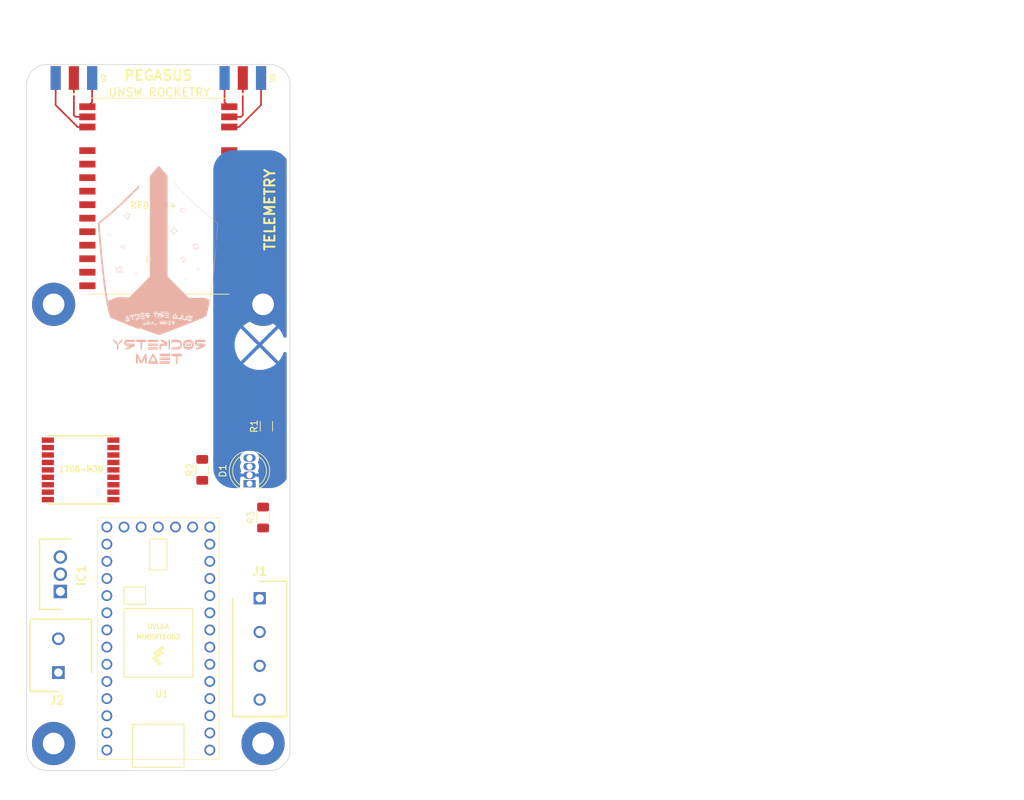
<source format=kicad_pcb>
(kicad_pcb (version 20211014) (generator pcbnew)
  (layers (0 "F.Cu" signal) (31 "B.Cu" signal) (34 "B.Paste" user) (35 "F.Paste" user) (36 "B.SilkS" user "B.Silkscreen") (37 "F.SilkS" user "F.Silkscreen") (38 "B.Mask" user) (39 "F.Mask" user) (44 "Edge.Cuts" user))
  (net 0 "")
  (net 1 "GND")
  (net 4 "3.3V")
  (net 23 "+5V")
  (net 25 "/BATT+")
  (net 30 "Net-(IC2-Pad12)")
  (net 31 "Net-(IC2-Pad13)")
  (net 32 "Net-(IC2-Pad14)")
  (net 33 "Net-(IC2-Pad15)")
  (net 34 "Net-(IC2-Pad16)")
  (net 35 "Net-(IC2-Pad17)")
  (net 55 "TX2")
  (net 56 "TX3")
  (net 57 "RX3")
  (net 60 "RX2")
  (net 61 "TX1")
  (net 62 "Net-(D1-Pad1)")
  (net 63 "Net-(D1-Pad3)")
  (net 64 "Net-(D1-Pad4)")
  (net 65 "RGB1")
  (net 66 "RGB2")
  (net 67 "RGB3")
  (net 68 "RX1")
  (net 69 "TX4")
  (net 70 "RX4")
  (footprint "Resistor_SMD:R_1206_3216Metric_Pad1.30x1.75mm_HandSolder" (layer "F.Cu") (at 121.5 109.05 90)
    (fp_text reference "R1" (at 0 -1.82 90) (layer "F.SilkS"))
    (fp_text value "220")
    (pad "1" smd roundrect (at -1.55 0 90) (size 1.3 1.75) (layers "F.Cu" "F.Paste" "F.Mask") (roundrect_rratio 0.192308) (net 63 "Net-(D1-Pad3)"))
    (pad "2" smd roundrect (at 1.55 0 90) (size 1.3 1.75) (layers "F.Cu" "F.Paste" "F.Mask") (roundrect_rratio 0.192308) (net 65 "RGB1"))
  )
  (footprint "MountingHole:MountingHole_3.2mm_M3_Pad" (layer "F.Cu") (at 121 156)
    (fp_text reference "H2" hide)
    (fp_text value "MountingHole_Pad")
    (pad "1" thru_hole circle (at 0 0) (size 6.4 6.4) (drill 3.2) (layers *.Cu *.Mask) (net 1 "GND"))
  )
  (footprint "RS-Components:TO255P460X1020X2008-3P" (layer "F.Cu") (at 91 133.5 90)
    (fp_text reference "IC1" (at 2.35 3.1 90) (layer "F.SilkS") (effects (font (size 1.27 1.27) (thickness 0.254))))
    (fp_text value "L7805ACV" hide)
    (pad "1" thru_hole rect (at 0 0 90) (size 1.98 1.98) (drill 1.32) (layers *.Cu *.Mask) (net 25 "/BATT+"))
    (pad "2" thru_hole circle (at 2.55 0 90) (size 1.98 1.98) (drill 1.32) (layers *.Cu *.Mask) (net 1 "GND"))
    (pad "3" thru_hole circle (at 5.1 0 90) (size 1.98 1.98) (drill 1.32) (layers *.Cu *.Mask) (net 23 "+5V"))
  )
  (footprint "SMA-Connectors:RFSOLUTIONS_CON-SMA-EDGE-S" (layer "F.Cu") (at 118 57.5 -90)
    (fp_text reference "U3" (at 0.032 -4.4064 90) (layer "F.SilkS") (effects (font (size 0.64 0.64))))
    (fp_text value "CON-SMA-EDGE-S")
    (pad "1" smd rect (at 0 0 270) (size 3.5 1.5) (layers "F.Cu" "F.Paste" "F.Mask") (net 31 "Net-(IC2-Pad13)"))
    (pad "G1" smd rect (at 0 -2.7 270) (size 3.5 1.5) (layers "F.Cu" "F.Paste" "F.Mask") (net 30 "Net-(IC2-Pad12)"))
    (pad "G2" smd rect (at 0 2.7 270) (size 3.5 1.5) (layers "F.Cu" "F.Paste" "F.Mask") (net 32 "Net-(IC2-Pad14)"))
    (pad "G3" smd rect (at 0 -2.7 270) (size 3.5 1.5) (layers "B.Cu" "B.Paste" "B.Mask"))
    (pad "G4" smd rect (at 0 2.7 270) (size 3.5 1.5) (layers "B.Cu" "B.Paste" "B.Mask"))
  )
  (footprint "RS-Components:SHDR4W100P0X500_1X4_2000X800X1000P" (layer "F.Cu") (at 120.5 134.5 -90)
    (fp_text reference "J1" (at -4 0 180) (layer "F.SilkS") (effects (font (size 1.27 1.27) (thickness 0.254))))
    (fp_text value "Screw_Terminal_01x04" hide)
    (pad "1" thru_hole rect locked (at 0 0 270) (size 1.8 1.8) (drill 1.2) (layers *.Cu *.Mask) (net 55 "TX2"))
    (pad "2" thru_hole circle locked (at 5 0 270) (size 1.8 1.8) (drill 1.2) (layers *.Cu *.Mask) (net 60 "RX2"))
    (pad "3" thru_hole circle locked (at 10 0 270) (size 1.8 1.8) (drill 1.2) (layers *.Cu *.Mask) (net 61 "TX1"))
    (pad "4" thru_hole circle locked (at 15 0 270) (size 1.8 1.8) (drill 1.2) (layers *.Cu *.Mask) (net 68 "RX1"))
  )
  (footprint "Teensy:Teensy40" (layer "F.Cu") (at 105.5 140.465 90)
    (fp_text reference "U1" (at -8.235 0.5 180) (layer "F.SilkS"))
    (fp_text value "Teensy4.0")
    (fp_text user "MIMXRT1062" (at 0.254 0) (layer "F.SilkS") (effects (font (size 0.7 0.7))))
    (fp_text user "DVL6A" (at 1.778 0) (layer "F.SilkS") (effects (font (size 0.7 0.7))))
    (pad "1" thru_hole circle (at -16.51 7.62 90) (size 1.6 1.6) (drill 1.1) (layers *.Cu *.Mask) (net 1 "GND"))
    (pad "2" thru_hole circle (at -13.97 7.62 90) (size 1.6 1.6) (drill 1.1) (layers *.Cu *.Mask) (net 68 "RX1"))
    (pad "3" thru_hole circle (at -11.43 7.62 90) (size 1.6 1.6) (drill 1.1) (layers *.Cu *.Mask) (net 61 "TX1"))
    (pad "4" thru_hole circle (at -8.89 7.62 90) (size 1.6 1.6) (drill 1.1) (layers *.Cu *.Mask))
    (pad "5" thru_hole circle (at -6.35 7.62 90) (size 1.6 1.6) (drill 1.1) (layers *.Cu *.Mask))
    (pad "6" thru_hole circle (at -3.81 7.62 90) (size 1.6 1.6) (drill 1.1) (layers *.Cu *.Mask) (net 65 "RGB1"))
    (pad "7" thru_hole circle (at -1.27 7.62 90) (size 1.6 1.6) (drill 1.1) (layers *.Cu *.Mask) (net 66 "RGB2"))
    (pad "8" thru_hole circle (at 1.27 7.62 90) (size 1.6 1.6) (drill 1.1) (layers *.Cu *.Mask) (net 67 "RGB3"))
    (pad "9" thru_hole circle (at 3.81 7.62 90) (size 1.6 1.6) (drill 1.1) (layers *.Cu *.Mask) (net 60 "RX2"))
    (pad "10" thru_hole circle (at 6.35 7.62 90) (size 1.6 1.6) (drill 1.1) (layers *.Cu *.Mask) (net 55 "TX2"))
    (pad "11" thru_hole circle (at 8.89 7.62 90) (size 1.6 1.6) (drill 1.1) (layers *.Cu *.Mask))
    (pad "12" thru_hole circle (at 11.43 7.62 90) (size 1.6 1.6) (drill 1.1) (layers *.Cu *.Mask))
    (pad "13" thru_hole circle (at 13.97 7.62 90) (size 1.6 1.6) (drill 1.1) (layers *.Cu *.Mask))
    (pad "14" thru_hole circle (at 16.51 7.62 90) (size 1.6 1.6) (drill 1.1) (layers *.Cu *.Mask))
    (pad "15" thru_hole circle (at 16.51 5.08 90) (size 1.6 1.6) (drill 1.1) (layers *.Cu *.Mask))
    (pad "16" thru_hole circle (at 16.51 2.54 90) (size 1.6 1.6) (drill 1.1) (layers *.Cu *.Mask))
    (pad "17" thru_hole circle (at 16.51 0 90) (size 1.6 1.6) (drill 1.1) (layers *.Cu *.Mask))
    (pad "18" thru_hole circle (at 16.51 -2.54 90) (size 1.6 1.6) (drill 1.1) (layers *.Cu *.Mask))
    (pad "19" thru_hole circle (at 16.51 -5.08 90) (size 1.6 1.6) (drill 1.1) (layers *.Cu *.Mask))
    (pad "20" thru_hole circle (at 16.51 -7.62 90) (size 1.6 1.6) (drill 1.1) (layers *.Cu *.Mask))
    (pad "21" thru_hole circle (at 13.97 -7.62 90) (size 1.6 1.6) (drill 1.1) (layers *.Cu *.Mask) (net 56 "TX3"))
    (pad "22" thru_hole circle (at 11.43 -7.62 90) (size 1.6 1.6) (drill 1.1) (layers *.Cu *.Mask) (net 57 "RX3"))
    (pad "23" thru_hole circle (at 8.89 -7.62 90) (size 1.6 1.6) (drill 1.1) (layers *.Cu *.Mask) (net 70 "RX4"))
    (pad "24" thru_hole circle (at 6.35 -7.62 90) (size 1.6 1.6) (drill 1.1) (layers *.Cu *.Mask) (net 69 "TX4"))
    (pad "25" thru_hole circle (at 3.81 -7.62 90) (size 1.6 1.6) (drill 1.1) (layers *.Cu *.Mask))
    (pad "26" thru_hole circle (at 1.27 -7.62 90) (size 1.6 1.6) (drill 1.1) (layers *.Cu *.Mask))
    (pad "27" thru_hole circle (at -1.27 -7.62 90) (size 1.6 1.6) (drill 1.1) (layers *.Cu *.Mask))
    (pad "28" thru_hole circle (at -3.81 -7.62 90) (size 1.6 1.6) (drill 1.1) (layers *.Cu *.Mask))
    (pad "29" thru_hole circle (at -6.35 -7.62 90) (size 1.6 1.6) (drill 1.1) (layers *.Cu *.Mask))
    (pad "30" thru_hole circle (at -8.89 -7.62 90) (size 1.6 1.6) (drill 1.1) (layers *.Cu *.Mask))
    (pad "31" thru_hole circle (at -11.43 -7.62 90) (size 1.6 1.6) (drill 1.1) (layers *.Cu *.Mask) (net 4 "3.3V"))
    (pad "32" thru_hole circle (at -13.97 -7.62 90) (size 1.6 1.6) (drill 1.1) (layers *.Cu *.Mask) (net 1 "GND"))
    (pad "33" thru_hole circle (at -16.51 -7.62 90) (size 1.6 1.6) (drill 1.1) (layers *.Cu *.Mask) (net 23 "+5V"))
  )
  (footprint "Quectel_L70B-M39:1x18" (layer "F.Cu") (at 94 115.5 180)
    (fp_text reference "IC3" hide)
    (fp_text value "L70B-M39" (at -0.143 0.1) (layer "F.SilkS") (effects (font (size 0.8 0.8) (thickness 0.2))))
    (pad "1" smd rect (at -4.85 -4.4 270) (size 0.8 1.8) (layers "F.Cu" "F.Paste" "F.Mask") (net 1 "GND"))
    (pad "2" smd rect (at -4.85 -3.3 270) (size 0.8 1.8) (layers "F.Cu" "F.Paste" "F.Mask") (net 70 "RX4"))
    (pad "3" smd rect (at -4.85 -2.2 270) (size 0.8 1.8) (layers "F.Cu" "F.Paste" "F.Mask") (net 69 "TX4"))
    (pad "4" smd rect (at -4.85 -1.1 270) (size 0.8 1.8) (layers "F.Cu" "F.Paste" "F.Mask"))
    (pad "5" smd rect (at -4.85 0 270) (size 0.8 1.8) (layers "F.Cu" "F.Paste" "F.Mask"))
    (pad "6" smd rect (at -4.85 1.1 270) (size 0.8 1.8) (layers "F.Cu" "F.Paste" "F.Mask"))
    (pad "7" smd rect (at -4.85 2.2 270) (size 0.8 1.8) (layers "F.Cu" "F.Paste" "F.Mask"))
    (pad "8" smd rect (at -4.85 3.3 270) (size 0.8 1.8) (layers "F.Cu" "F.Paste" "F.Mask") (net 4 "3.3V"))
    (pad "9" smd rect (at -4.85 4.4 270) (size 0.8 1.8) (layers "F.Cu" "F.Paste" "F.Mask"))
    (pad "10" smd rect (at 4.85 4.4 270) (size 0.8 1.8) (layers "F.Cu" "F.Paste" "F.Mask") (net 1 "GND"))
    (pad "11" smd rect (at 4.85 3.3 270) (size 0.8 1.8) (layers "F.Cu" "F.Paste" "F.Mask"))
    (pad "12" smd rect (at 4.85 2.2 270) (size 0.8 1.8) (layers "F.Cu" "F.Paste" "F.Mask"))
    (pad "13" smd rect (at 4.85 1.1 270) (size 0.8 1.8) (layers "F.Cu" "F.Paste" "F.Mask"))
    (pad "14" smd rect (at 4.85 0 270) (size 0.8 1.8) (layers "F.Cu" "F.Paste" "F.Mask"))
    (pad "15" smd rect (at 4.85 -1.1 270) (size 0.8 1.8) (layers "F.Cu" "F.Paste" "F.Mask"))
    (pad "16" smd rect (at 4.85 -2.2 270) (size 0.8 1.8) (layers "F.Cu" "F.Paste" "F.Mask"))
    (pad "17" smd rect (at 4.85 -3.3 270) (size 0.8 1.8) (layers "F.Cu" "F.Paste" "F.Mask"))
    (pad "18" smd rect (at 4.85 -4.4 270) (size 0.8 1.8) (layers "F.Cu" "F.Paste" "F.Mask"))
  )
  (footprint "LED_THT:LED_D5.0mm-4_RGB" (layer "F.Cu") (at 119 117.55 90)
    (fp_text reference "D1" (at 1.905 -3.96 90) (layer "F.SilkS"))
    (fp_text value "RGB LED")
    (pad "1" thru_hole rect (at 0 0 90) (size 1.07 1.8) (drill 0.9) (layers *.Cu *.Mask) (net 62 "Net-(D1-Pad1)"))
    (pad "2" thru_hole oval (at 1.27 0 90) (size 1.07 1.8) (drill 0.9) (layers *.Cu *.Mask) (net 1 "GND"))
    (pad "3" thru_hole oval (at 2.54 0 90) (size 1.07 1.8) (drill 0.9) (layers *.Cu *.Mask) (net 63 "Net-(D1-Pad3)"))
    (pad "4" thru_hole oval (at 3.81 0 90) (size 1.07 1.8) (drill 0.9) (layers *.Cu *.Mask) (net 64 "Net-(D1-Pad4)"))
  )
  (footprint "MountingHole:MountingHole_3.2mm_M3_Pad" (layer "F.Cu") (at 90 91)
    (fp_text reference "H4" hide)
    (fp_text value "MountingHole_Pad")
    (pad "1" thru_hole circle (at 0 0) (size 6.4 6.4) (drill 3.2) (layers *.Cu *.Mask) (net 1 "GND"))
  )
  (footprint "RFD900:1x28" (layer "F.Cu") (at 110 78.25 180)
    (fp_text reference "IC2" (at 5.2 -6.1 unlocked) (layer "F.SilkS"))
    (fp_text value "RFD900")
    (fp_text user "RFD900+" (at 5.2 1.9 unlocked) (layer "F.SilkS"))
    (pad "1" smd rect (at -6 -10 180) (size 2.4 1) (layers "F.Cu" "F.Paste" "F.Mask"))
    (pad "2" smd rect (at -6 -8 180) (size 2.4 1) (layers "F.Cu" "F.Paste" "F.Mask"))
    (pad "3" smd rect (at -6 -6 180) (size 2.4 1) (layers "F.Cu" "F.Paste" "F.Mask"))
    (pad "4" smd rect (at -6 -4 180) (size 2.4 1) (layers "F.Cu" "F.Paste" "F.Mask"))
    (pad "5" smd roundrect (at -6 -2 180) (size 2.4 1) (layers "F.Cu" "F.Paste" "F.Mask"))
    (pad "6" smd rect (at -6 0 180) (size 2.4 1) (layers "F.Cu" "F.Paste" "F.Mask"))
    (pad "7" smd rect (at -6 2 180) (size 2.4 1) (layers "F.Cu" "F.Paste" "F.Mask"))
    (pad "8" smd rect (at -6 4 180) (size 2.4 1) (layers "F.Cu" "F.Paste" "F.Mask") (net 1 "GND"))
    (pad "9" smd rect (at -6 6 180) (size 2.4 1) (layers "F.Cu" "F.Paste" "F.Mask"))
    (pad "10" smd rect (at -6 8 180) (size 2.4 1) (layers "F.Cu" "F.Paste" "F.Mask"))
    (pad "11" smd rect (at -6 10 180) (size 2.4 1) (layers "F.Cu" "F.Paste" "F.Mask") (net 1 "GND"))
    (pad "12" smd rect (at -6 13.5 180) (size 2.4 1) (layers "F.Cu" "F.Paste" "F.Mask") (net 30 "Net-(IC2-Pad12)"))
    (pad "13" smd rect (at -6 15 180) (size 2.4 1) (layers "F.Cu" "F.Paste" "F.Mask") (net 31 "Net-(IC2-Pad13)"))
    (pad "14" smd rect (at -6 16.5 180) (size 2.4 1) (layers "F.Cu" "F.Paste" "F.Mask") (net 32 "Net-(IC2-Pad14)"))
    (pad "15" smd rect (at 15 16.5 180) (size 2.4 1) (layers "F.Cu" "F.Paste" "F.Mask") (net 33 "Net-(IC2-Pad15)"))
    (pad "16" smd rect (at 15 15 180) (size 2.4 1) (layers "F.Cu" "F.Paste" "F.Mask") (net 34 "Net-(IC2-Pad16)"))
    (pad "17" smd rect (at 15 13.5 180) (size 2.4 1) (layers "F.Cu" "F.Paste" "F.Mask") (net 35 "Net-(IC2-Pad17)"))
    (pad "18" smd rect (at 15 10 180) (size 2.4 1) (layers "F.Cu" "F.Paste" "F.Mask"))
    (pad "19" smd rect (at 15 8 180) (size 2.4 1) (layers "F.Cu" "F.Paste" "F.Mask") (net 23 "+5V"))
    (pad "20" smd rect (at 15 6 180) (size 2.4 1) (layers "F.Cu" "F.Paste" "F.Mask") (net 1 "GND"))
    (pad "21" smd rect (at 15 4 180) (size 2.4 1) (layers "F.Cu" "F.Paste" "F.Mask"))
    (pad "22" smd rect (at 15 2 180) (size 2.4 1) (layers "F.Cu" "F.Paste" "F.Mask"))
    (pad "23" smd rect (at 15 0 180) (size 2.4 1) (layers "F.Cu" "F.Paste" "F.Mask"))
    (pad "24" smd rect (at 15 -2 180) (size 2.4 1) (layers "F.Cu" "F.Paste" "F.Mask"))
    (pad "25" smd rect (at 15 -4 180) (size 2.4 1) (layers "F.Cu" "F.Paste" "F.Mask") (net 56 "TX3"))
    (pad "26" smd rect (at 15 -6 180) (size 2.4 1) (layers "F.Cu" "F.Paste" "F.Mask") (net 57 "RX3"))
    (pad "27" smd rect (at 15 -8 180) (size 2.4 1) (layers "F.Cu" "F.Paste" "F.Mask"))
    (pad "28" smd rect (at 15 -10 180) (size 2.4 1) (layers "F.Cu" "F.Paste" "F.Mask"))
  )
  (footprint "MountingHole:MountingHole_3.2mm_M3_Pad" (layer "F.Cu") (at 121 91)
    (fp_text reference "H3" hide)
    (fp_text value "MountingHole_Pad")
    (pad "1" thru_hole circle (at 0 0) (size 6.4 6.4) (drill 3.2) (layers *.Cu *.Mask) (net 1 "GND"))
  )
  (footprint "MountingHole:MountingHole_3.2mm_M3_Pad" (layer "F.Cu") (at 90 156)
    (fp_text reference "H1" hide)
    (fp_text value "MountingHole_Pad")
    (pad "1" thru_hole circle (at 0 0) (size 6.4 6.4) (drill 3.2) (layers *.Cu *.Mask) (net 1 "GND"))
  )
  (footprint "SMA-Connectors:RFSOLUTIONS_CON-SMA-EDGE-S" (layer "F.Cu") (at 93 57.5 -90)
    (fp_text reference "U2" (at 0.032 -4.4064 90) (layer "F.SilkS") (effects (font (size 0.64 0.64))))
    (fp_text value "CON-SMA-EDGE-S")
    (pad "1" smd rect (at 0 0 270) (size 3.5 1.5) (layers "F.Cu" "F.Paste" "F.Mask") (net 34 "Net-(IC2-Pad16)"))
    (pad "G1" smd rect (at 0 -2.7 270) (size 3.5 1.5) (layers "F.Cu" "F.Paste" "F.Mask") (net 33 "Net-(IC2-Pad15)"))
    (pad "G2" smd rect (at 0 2.7 270) (size 3.5 1.5) (layers "F.Cu" "F.Paste" "F.Mask") (net 35 "Net-(IC2-Pad17)"))
    (pad "G3" smd rect (at 0 -2.7 270) (size 3.5 1.5) (layers "B.Cu" "B.Paste" "B.Mask"))
    (pad "G4" smd rect (at 0 2.7 270) (size 3.5 1.5) (layers "B.Cu" "B.Paste" "B.Mask"))
  )
  (footprint "RS-Components:SHDR2W105P0X500_1X2_1060X900X1250P" (layer "F.Cu") (at 90.7 145.5 90)
    (fp_text reference "J2" (at -4.1 -0.2 180) (layer "F.SilkS") (effects (font (size 1.27 1.27) (thickness 0.254))))
    (fp_text value "Screw_Terminal_01x02" hide)
    (pad "1" thru_hole rect locked (at 0 0 90) (size 1.875 1.875) (drill 1.25) (layers *.Cu *.Mask) (net 1 "GND"))
    (pad "2" thru_hole circle locked (at 5 0 90) (size 1.875 1.875) (drill 1.25) (layers *.Cu *.Mask) (net 25 "/BATT+"))
  )
  (footprint "Resistor_SMD:R_1206_3216Metric_Pad1.30x1.75mm_HandSolder" (layer "F.Cu") (at 112 115.5 90)
    (fp_text reference "R2" (at 0 -1.82 90) (layer "F.SilkS"))
    (fp_text value "220")
    (pad "1" smd roundrect (at -1.55 0 90) (size 1.3 1.75) (layers "F.Cu" "F.Paste" "F.Mask") (roundrect_rratio 0.192308) (net 64 "Net-(D1-Pad4)"))
    (pad "2" smd roundrect (at 1.55 0 90) (size 1.3 1.75) (layers "F.Cu" "F.Paste" "F.Mask") (roundrect_rratio 0.192308) (net 66 "RGB2"))
  )
  (footprint "Resistor_SMD:R_1206_3216Metric_Pad1.30x1.75mm_HandSolder" (layer "F.Cu") (at 121 122.55 90)
    (fp_text reference "R3" (at 0 -1.82 90) (layer "F.SilkS"))
    (fp_text value "220")
    (pad "1" smd roundrect (at -1.55 0 90) (size 1.3 1.75) (layers "F.Cu" "F.Paste" "F.Mask") (roundrect_rratio 0.192308) (net 62 "Net-(D1-Pad1)"))
    (pad "2" smd roundrect (at 1.55 0 90) (size 1.3 1.75) (layers "F.Cu" "F.Paste" "F.Mask") (roundrect_rratio 0.192308) (net 67 "RGB3"))
  )
  (footprint "logo:logo" (layer "B.Cu") (at 105.5 85 180)
    (fp_text reference "G***" hide)
    (fp_text value "LOGO" hide)
  )
  (gr_arc (start 89 160) (mid 86.87868 159.12132) (end 86 157) (layer "Edge.Cuts") (width 0.1))
  (gr_line (start 122 160) (end 89 160) (layer "Edge.Cuts") (width 0.1))
  (gr_arc (start 122 55.5) (mid 124.12132 56.37868) (end 125 58.5) (layer "Edge.Cuts") (width 0.1))
  (gr_arc (start 86 58.5) (mid 86.87868 56.37868) (end 89 55.5) (layer "Edge.Cuts") (width 0.1))
  (gr_line (start 125 58.5) (end 125 157) (layer "Edge.Cuts") (width 0.1))
  (gr_line (start 86 157) (end 86 58.5) (layer "Edge.Cuts") (width 0.1))
  (gr_line (start 89 55.5) (end 122 55.5) (layer "Edge.Cuts") (width 0.1))
  (gr_arc (start 125 157) (mid 124.12132 159.12132) (end 122 160) (layer "Edge.Cuts") (width 0.1))
  (gr_text "TELEMETRY\n" (at 122 77 90) (layer "F.SilkS") (effects (font (size 1.5 1.5) (thickness 0.3))))
  (gr_text "PEGASUS\n" (at 105.5 57.12132) (layer "F.SilkS") (effects (font (size 1.5 1.5) (thickness 0.3))))
  (gr_text "UNSW ROCKETRY\n" (at 105.65 59.62132) (layer "F.SilkS") (effects (font (size 1.2 1.2) (thickness 0.2))))
  (segment (start 116 64.75) (end 117.45 64.75) (width 0.25) (layer "F.Cu") (net 30))
  (segment (start 117.45 64.75) (end 120.7 61.5) (width 0.25) (layer "F.Cu") (net 30))
  (segment (start 120.7 61.5) (end 120.7 57.09382) (width 0.25) (layer "F.Cu") (net 30))
  (segment (start 117.75 63.25) (end 118 63) (width 0.25) (layer "F.Cu") (net 31))
  (segment (start 118 63) (end 118 57.09382) (width 0.25) (layer "F.Cu") (net 31))
  (segment (start 116 63.25) (end 117.75 63.25) (width 0.25) (layer "F.Cu") (net 31))
  (segment (start 115.3 61.05) (end 115.3 57.09382) (width 0.25) (layer "F.Cu") (net 32))
  (segment (start 116 61.75) (end 115.3 61.05) (width 0.25) (layer "F.Cu") (net 32))
  (segment (start 95 61.75618) (end 95.7 61.05618) (width 0.25) (layer "F.Cu") (net 33))
  (segment (start 95.7 61.05618) (end 95.7 57.1) (width 0.25) (layer "F.Cu") (net 33))
  (segment (start 95 63.25618) (end 93.25 63.25618) (width 0.25) (layer "F.Cu") (net 34))
  (segment (start 93.25 63.25618) (end 93 63.00618) (width 0.25) (layer "F.Cu") (net 34))
  (segment (start 93 63.00618) (end 93 57.1) (width 0.25) (layer "F.Cu") (net 34))
  (segment (start 90.3 61.50618) (end 90.3 57.1) (width 0.25) (layer "F.Cu") (net 35))
  (segment (start 95 64.75618) (end 93.55 64.75618) (width 0.25) (layer "F.Cu") (net 35))
  (segment (start 93.55 64.75618) (end 90.3 61.50618) (width 0.25) (layer "F.Cu") (net 35))
  (zone (net 1) (net_name "GND") (layer "B.Cu") (name "Ground Plane") (priority 3) (connect_pads (clearance 0.508)) (min_thickness 0.5) (fill yes (thermal_gap 0.508) (thermal_bridge_width 0.508) (smoothing fillet) (radius 3))
    (polygon (pts (xy 113.63 118.2) (xy 113.63 68.2) (xy 233.63 68.2) (xy 233.63 118.2)))
  )
)
</source>
